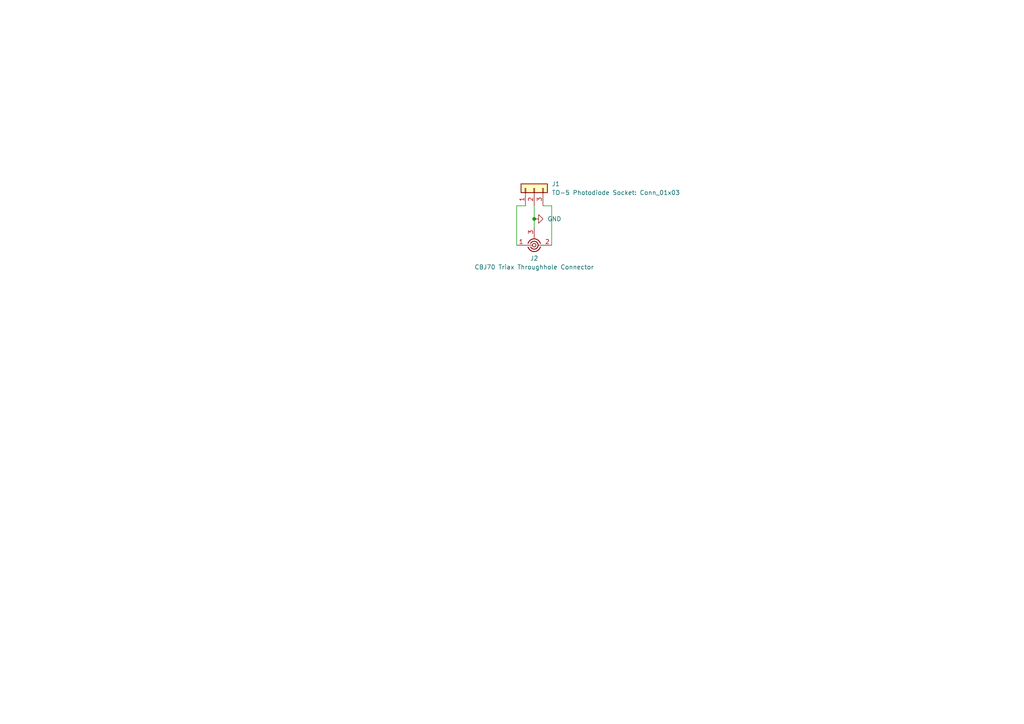
<source format=kicad_sch>
(kicad_sch (version 20250114) (generator "eeschema") (generator_version "9.0")
  (paper "A4")
  (lib_symbols
    (symbol "Connector:Conn_Triaxial" (pin_names (hide yes))
      (property "Reference" "J" (at 0.254 5.588 0))
      (property "Value" "Conn_Triaxial" (at 0 7.62 0))
      (symbol "Conn_Triaxial_0_1"
        (polyline (pts (xy -2.54 2.54) (xy -0.508 2.54)))
        (arc (start 1.778 2.032) (mid 0 0.6909) (end -1.778 2.032) (stroke (width 0.254)))
        (circle (center 0 2.54) (radius 0.508) (stroke (width 0.2032)))
        (arc (start 1.143 2.54) (mid 0.2609 1.4272) (end -1.0239 2.032) (stroke (width 0.254)))
        (arc (start -1.778 3.048) (mid 0 4.3891) (end 1.778 3.048) (stroke (width 0.254)))
        (arc (start -1.0239 3.048) (mid 0.2609 3.6527) (end 1.143 2.54) (stroke (width 0.254)))
        (polyline (pts (xy 0 0) (xy 0 0.635)))
        (polyline (pts (xy 1.27 2.54) (xy 2.54 2.54)))
      )
      (symbol "Conn_Triaxial_1_1"
        (pin passive line (at -5.08 2.54 0) (length 2.54) (name "In1") (number "1"))
        (pin passive line (at 0 -2.54 90) (length 2.54) (name "Ext") (number "3"))
        (pin passive line (at 5.08 2.54 180) (length 2.54) (name "In2") (number "2"))
      )
    )
    (symbol "Connector_Generic:Conn_01x03" (pin_names (offset 1.016) (hide yes))
      (property "Reference" "J" (at 0 5.08 0))
      (property "Value" "Conn_01x03" (at 0 -5.08 0))
      (symbol "Conn_01x03_1_1"
        (rectangle (start -1.27 3.81) (end 1.27 -3.81) (stroke (width 0.254)) (fill (type background)))
        (rectangle (start -1.27 2.667) (end 0 2.413) (stroke (width 0.1524)))
        (rectangle (start -1.27 0.127) (end 0 -0.127) (stroke (width 0.1524)))
        (rectangle (start -1.27 -2.413) (end 0 -2.667) (stroke (width 0.1524)))
        (pin passive line (at -5.08 2.54 0) (length 3.81) (name "Pin_1") (number "1"))
        (pin passive line (at -5.08 0 0) (length 3.81) (name "Pin_2") (number "2"))
        (pin passive line (at -5.08 -2.54 0) (length 3.81) (name "Pin_3") (number "3"))
      )
    )
    (symbol "power:GND" (power) (pin_numbers (hide yes)) (pin_names (offset 0) (hide yes))
      (property "Value" "GND" (at 0 -3.81 0))
      (symbol "GND_0_1"
        (polyline (pts (xy 0 0) (xy 0 -1.27) (xy 1.27 -1.27) (xy 0 -2.54) (xy -1.27 -1.27) (xy 0 -1.27)))
      )
      (symbol "GND_1_1"
        (pin power_in line (at 0 0 270) (length 0) (name "~") (number "1"))
      )
    )
  )
  (junction (at 154.94 63.5))
  (wire (pts (xy 160.02 59.69) (xy 160.02 71.12)))
  (wire (pts (xy 149.86 59.69) (xy 152.4 59.69)))
  (wire (pts (xy 154.94 59.69) (xy 154.94 63.5)))
  (wire (pts (xy 149.86 71.12) (xy 149.86 59.69)))
  (wire (pts (xy 154.94 63.5) (xy 154.94 66.04)))
  (wire (pts (xy 160.02 59.69) (xy 157.48 59.69)))
  (symbol (lib_id "Connector_Generic:Conn_01x03") (at 154.94 54.61 90) (unit 1)
    (property "Reference" "J1" (at 160.02 53.3399 90) (effects (justify right)))
    (property "Value" "TO-5 Photodiode Socket: Conn_01x03" (at 160.02 55.8799 90) (effects (justify right)))
    (property "Footprint" "Package_TO_SOT_THT:TO-5-3" (effects (hide yes)))
    (property "Description" "Generic connector, single row, 01x03, script generated (kicad-library-utils/schlib/autogen/connector/)" (effects (hide yes)))
  )
  (symbol (lib_id "Connector:Conn_Triaxial") (at 154.94 68.58 0) (mirror x) (unit 1)
    (property "Reference" "J2" (at 154.94 74.93 0))
    (property "Value" "CBJ70 Triax Throughhole Connector" (at 154.94 77.47 0))
    (property "Footprint" "KiCADv6:CONN_CBJ70_CIN" (effects (hide yes)))
    (property "Description" "triaxial connector (LEMO 00.302, ...)" (effects (hide yes)))
  )
  (symbol (lib_id "power:GND") (at 154.94 63.5 90) (unit 1)
    (property "Reference" "#PWR01" (effects (hide yes)))
    (property "Value" "GND" (at 158.75 63.4999 90) (effects (justify right)))
    (property "Description" "Power symbol creates a global label with name \"GND\" , ground" (effects (hide yes)))
  )
)
</source>
